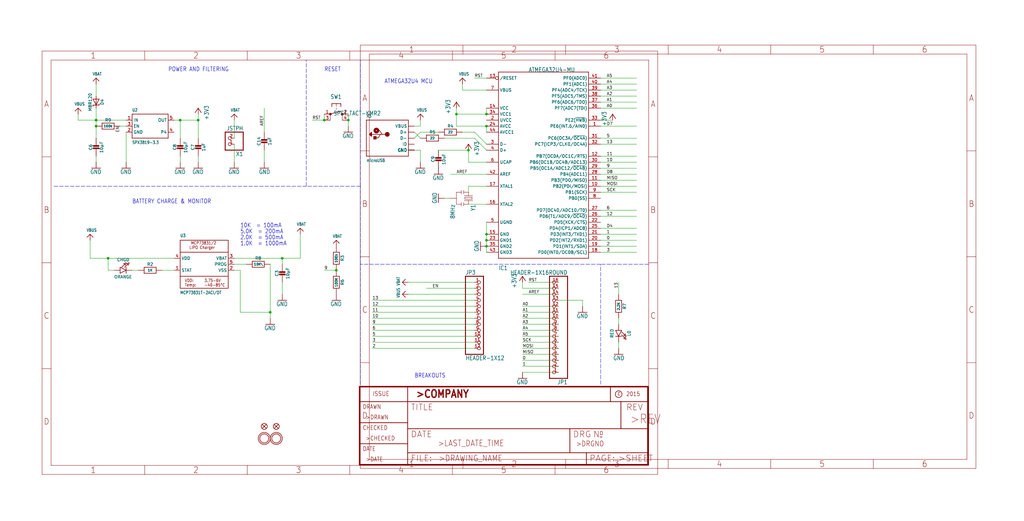
<source format=kicad_sch>
(kicad_sch (version 20211123) (generator eeschema)
  (paper "User" 433.07 220.421)
  (lib_symbols
    (symbol "schematicEagle-eagle-import:+3V3" (power)
      (property "Value" "+3V3" (at -2.54 -5.08 90))
      (symbol "+3V3_1_0"
        (pin power_in line (at 0 -2.54 90) (length 2.54) (name "+3V3") (number "1"))
      )
    )
    (symbol "schematicEagle-eagle-import:ATMEGA32U4-MU"
      (property "Reference" "IC" (at -17.78 -38.1 0))
      (property "Value" "ATMEGA32U4-MU" (at -5.08 45.72 0))
      (symbol "ATMEGA32U4-MU_1_0"
        (pin bidirectional line (at 25.4 22.86 180) (length 5.08) (name "PE6(INT.6/AIN0)") (number "1"))
        (pin bidirectional line (at 25.4 -2.54 180) (length 5.08) (name "PB2(PDI/MOSI)") (number "10"))
        (pin bidirectional line (at 25.4 0 180) (length 5.08) (name "PB3(PDO/MISO)") (number "11"))
        (pin bidirectional line (at 25.4 10.16 180) (length 5.08) (name "PB7(OC0A/OC1C/RTS)") (number "12"))
        (pin bidirectional inverted (at -22.86 43.18 0) (length 5.08) (name "/RESET") (number "13"))
        (pin bidirectional line (at -22.86 30.48 0) (length 5.08) (name "VCC") (number "14"))
        (pin bidirectional line (at -22.86 -22.86 0) (length 5.08) (name "GND") (number "15"))
        (pin bidirectional line (at -22.86 -10.16 0) (length 5.08) (name "XTAL2") (number "16"))
        (pin bidirectional line (at -22.86 -2.54 0) (length 5.08) (name "XTAL1") (number "17"))
        (pin bidirectional line (at 25.4 -30.48 180) (length 5.08) (name "PD0(INT0/OC0B/SCL)") (number "18"))
        (pin bidirectional line (at 25.4 -27.94 180) (length 5.08) (name "PD1(INT1/SDA)") (number "19"))
        (pin bidirectional line (at -22.86 25.4 0) (length 5.08) (name "UVCC") (number "2"))
        (pin bidirectional line (at 25.4 -25.4 180) (length 5.08) (name "PD2(INT2/RXD1)") (number "20"))
        (pin bidirectional line (at 25.4 -22.86 180) (length 5.08) (name "PD3(INT3/TXD1)") (number "21"))
        (pin bidirectional line (at 25.4 -17.78 180) (length 5.08) (name "PD5(XCK/CTS)") (number "22"))
        (pin bidirectional line (at -22.86 -25.4 0) (length 5.08) (name "GND1") (number "23"))
        (pin bidirectional line (at -22.86 22.86 0) (length 5.08) (name "AVCC") (number "24"))
        (pin bidirectional line (at 25.4 -20.32 180) (length 5.08) (name "PD4(ICP1/ADC8)") (number "25"))
        (pin bidirectional line (at 25.4 -15.24 180) (length 5.08) (name "PD6(T1/ADC9/~{OC4D})") (number "26"))
        (pin bidirectional line (at 25.4 -12.7 180) (length 5.08) (name "PD7(OC4D/ADC10/T0)") (number "27"))
        (pin bidirectional line (at 25.4 2.54 180) (length 5.08) (name "PB4(ADC11)") (number "28"))
        (pin bidirectional line (at 25.4 5.08 180) (length 5.08) (name "PB5(OC1A/ADC12/~{OC4B})") (number "29"))
        (pin bidirectional line (at -22.86 15.24 0) (length 5.08) (name "D-") (number "3"))
        (pin bidirectional line (at 25.4 7.62 180) (length 5.08) (name "PB6(OC1B/OC4B/ADC13)") (number "30"))
        (pin bidirectional line (at 25.4 17.78 180) (length 5.08) (name "PC6(OC3A/~{OC4A})") (number "31"))
        (pin bidirectional line (at 25.4 15.24 180) (length 5.08) (name "PC7(ICP3/CLK0/OC4A)") (number "32"))
        (pin bidirectional line (at 25.4 25.4 180) (length 5.08) (name "PE2(~{HWB})") (number "33"))
        (pin bidirectional line (at -22.86 27.94 0) (length 5.08) (name "VCC1") (number "34"))
        (pin bidirectional line (at -22.86 -27.94 0) (length 5.08) (name "GND2") (number "35"))
        (pin bidirectional line (at 25.4 30.48 180) (length 5.08) (name "PF7(ADC7(TDI)") (number "36"))
        (pin bidirectional line (at 25.4 33.02 180) (length 5.08) (name "PF6(ADC6/TDO)") (number "37"))
        (pin bidirectional line (at 25.4 35.56 180) (length 5.08) (name "PF5(ADC5/TMS)") (number "38"))
        (pin bidirectional line (at 25.4 38.1 180) (length 5.08) (name "PF4(ADC4/TCK)") (number "39"))
        (pin bidirectional line (at -22.86 12.7 0) (length 5.08) (name "D+") (number "4"))
        (pin bidirectional line (at 25.4 40.64 180) (length 5.08) (name "PF1(ADC1)") (number "40"))
        (pin bidirectional line (at 25.4 43.18 180) (length 5.08) (name "PF0(ADC0)") (number "41"))
        (pin bidirectional line (at -22.86 2.54 0) (length 5.08) (name "AREF") (number "42"))
        (pin bidirectional line (at -22.86 -30.48 0) (length 5.08) (name "GND3") (number "43"))
        (pin bidirectional line (at -22.86 20.32 0) (length 5.08) (name "AVCC1") (number "44"))
        (pin bidirectional line (at -22.86 -17.78 0) (length 5.08) (name "UGND") (number "5"))
        (pin bidirectional line (at -22.86 7.62 0) (length 5.08) (name "UCAP") (number "6"))
        (pin bidirectional line (at -22.86 38.1 0) (length 5.08) (name "VBUS") (number "7"))
        (pin bidirectional line (at 25.4 -7.62 180) (length 5.08) (name "PB0(SS)") (number "8"))
        (pin bidirectional line (at 25.4 -5.08 180) (length 5.08) (name "PB1(SCK)") (number "9"))
      )
    )
    (symbol "schematicEagle-eagle-import:CAP_CERAMIC0603_NO"
      (property "Reference" "C" (at -2.29 1.25 90))
      (property "Value" "CAP_CERAMIC0603_NO" (at 2.3 1.25 90))
      (symbol "CAP_CERAMIC0603_NO_1_0"
        (pin passive line (at 0 5.08 270) (length 2.54) (name "1") (number "1"))
        (pin passive line (at 0 -2.54 90) (length 2.54) (name "2") (number "2"))
      )
    )
    (symbol "schematicEagle-eagle-import:CAP_CERAMIC0805-NOOUTLINE"
      (property "Reference" "C" (at -2.29 1.25 90))
      (property "Value" "CAP_CERAMIC0805-NOOUTLINE" (at 2.3 1.25 90))
      (symbol "CAP_CERAMIC0805-NOOUTLINE_1_0"
        (pin passive line (at 0 5.08 270) (length 2.54) (name "1") (number "1"))
        (pin passive line (at 0 -2.54 90) (length 2.54) (name "2") (number "2"))
      )
    )
    (symbol "schematicEagle-eagle-import:CON_JST_PH_2PIN"
      (property "Reference" "X" (at -6.35 5.715 0))
      (property "Value" "CON_JST_PH_2PIN" (at -6.35 -5.08 0))
      (symbol "CON_JST_PH_2PIN_1_0"
        (pin passive inverted (at -2.54 2.54 0) (length 2.54) (name "1") (number "1"))
        (pin passive inverted (at -2.54 0 0) (length 2.54) (name "2") (number "2"))
      )
    )
    (symbol "schematicEagle-eagle-import:DIODE-SCHOTTKYSOD-123"
      (property "Reference" "D" (at 0 2.54 0))
      (property "Value" "DIODE-SCHOTTKYSOD-123" (at 0 -2.5 0))
      (symbol "DIODE-SCHOTTKYSOD-123_1_0"
        (pin passive line (at -2.54 0 0) (length 2.54) (name "A") (number "A"))
        (pin passive line (at 2.54 0 180) (length 2.54) (name "C") (number "C"))
      )
    )
    (symbol "schematicEagle-eagle-import:FIDUCIAL{dblquote}{dblquote}")
    (symbol "schematicEagle-eagle-import:FRAME_A4"
      (symbol "FRAME_A4_0_0"
        (text "1" (at 21.6958 1.905 0) (effects (font (size 2.54 2.286))))
        (text "1" (at 21.6958 177.165 0) (effects (font (size 2.54 2.286))))
        (text "2" (at 65.0875 1.905 0) (effects (font (size 2.54 2.286))))
        (text "2" (at 65.0875 177.165 0) (effects (font (size 2.54 2.286))))
        (text "3" (at 108.4792 1.905 0) (effects (font (size 2.54 2.286))))
        (text "3" (at 108.4792 177.165 0) (effects (font (size 2.54 2.286))))
        (text "4" (at 151.8708 1.905 0) (effects (font (size 2.54 2.286))))
        (text "4" (at 151.8708 177.165 0) (effects (font (size 2.54 2.286))))
        (text "5" (at 195.2625 1.905 0) (effects (font (size 2.54 2.286))))
        (text "5" (at 195.2625 177.165 0) (effects (font (size 2.54 2.286))))
        (text "6" (at 238.6542 1.905 0) (effects (font (size 2.54 2.286))))
        (text "6" (at 238.6542 177.165 0) (effects (font (size 2.54 2.286))))
        (text "A" (at 1.905 156.6863 0) (effects (font (size 2.54 2.286))))
        (text "A" (at 258.445 156.6863 0) (effects (font (size 2.54 2.286))))
        (text "B" (at 1.905 111.9188 0) (effects (font (size 2.54 2.286))))
        (text "B" (at 258.445 111.9188 0) (effects (font (size 2.54 2.286))))
        (text "C" (at 1.905 67.1513 0) (effects (font (size 2.54 2.286))))
        (text "C" (at 258.445 67.1513 0) (effects (font (size 2.54 2.286))))
        (text "D" (at 1.905 22.3838 0) (effects (font (size 2.54 2.286))))
        (text "D" (at 258.445 22.3838 0) (effects (font (size 2.54 2.286))))
      )
      (symbol "FRAME_A4_2_0"
        (text "2015" (at 112.4077 30.4673 0) (effects (font (size 1.778 1.5113)) (justify left bottom)))
        (text ">CHECKED" (at 2.2352 11.7348 0) (effects (font (size 1.778 1.5113)) (justify left bottom)))
        (text ">COMPANY" (at 23.349 29.6735 0) (effects (font (size 3.175 2.6987) (thickness 0.5397) bold) (justify left bottom)))
        (text ">DATE" (at 2.2352 2.8448 0) (effects (font (size 1.778 1.5113)) (justify left bottom)))
        (text ">DRAWING_NAME" (at 33.0327 2.8448 0) (effects (font (size 2.54 2.159)) (justify left bottom)))
        (text ">DRAWN" (at 2.2352 20.6248 0) (effects (font (size 1.778 1.5113)) (justify left bottom)))
        (text ">DRGNO" (at 91.1352 9.1948 0) (effects (font (size 2.1844 1.8567)) (justify left bottom)))
        (text ">LAST_DATE_TIME" (at 32.7152 9.1948 0) (effects (font (size 2.54 2.159)) (justify left bottom)))
        (text ">REV" (at 113.9952 18.7198 0) (effects (font (size 3.81 3.2385)) (justify left bottom)))
        (text ">SHEET" (at 108.9152 2.8448 0) (effects (font (size 2.54 2.54)) (justify left bottom)))
        (text "C" (at 108.7564 30.7848 0) (effects (font (size 1.27 1.0795)) (justify left bottom)))
        (text "CHECKED" (at 0.9652 16.1798 0) (effects (font (size 1.778 1.5113)) (justify left bottom)))
        (text "DATE" (at 0.9652 7.2898 0) (effects (font (size 1.778 1.5113)) (justify left bottom)))
        (text "DATE" (at 21.2852 13.0048 0) (effects (font (size 2.54 2.54)) (justify left bottom)))
        (text "DRAWN" (at 0.9652 25.0698 0) (effects (font (size 1.778 1.5113)) (justify left bottom)))
        (text "DRG" (at 89.8652 13.0048 0) (effects (font (size 2.54 2.54)) (justify left bottom)))
        (text "FILE:" (at 21.2852 2.8448 0) (effects (font (size 2.54 2.54)) (justify left bottom)))
        (text "ISSUE" (at 5.0927 30.4673 0) (effects (font (size 1.9304 1.6408)) (justify left bottom)))
        (text "N" (at 98.4377 13.0048 0) (effects (font (size 2.54 2.54)) (justify left bottom)))
        (text "o" (at 100.9777 13.9573 0) (effects (font (size 2.1844 1.8567)) (justify left bottom)))
        (text "PAGE:" (at 96.8502 2.8448 0) (effects (font (size 2.54 2.54)) (justify left bottom)))
        (text "REV" (at 112.4077 24.4348 0) (effects (font (size 2.54 2.54)) (justify left bottom)))
        (text "TITLE" (at 21.2852 24.4348 0) (effects (font (size 2.54 2.54)) (justify left bottom)))
      )
    )
    (symbol "schematicEagle-eagle-import:GND" (power)
      (property "Value" "GND" (at -2.54 -2.54 0))
      (symbol "GND_1_0"
        (pin power_in line (at 0 2.54 270) (length 2.54) (name "GND") (number "1"))
      )
    )
    (symbol "schematicEagle-eagle-import:HEADER-1X12"
      (property "Reference" "JP" (at -6.35 18.415 0))
      (property "Value" "HEADER-1X12" (at -6.35 -17.78 0))
      (symbol "HEADER-1X12_1_0"
        (pin passive inverted (at -2.54 15.24 0) (length 2.54) (name "1") (number "1"))
        (pin passive inverted (at -2.54 -7.62 0) (length 2.54) (name "10") (number "10"))
        (pin passive inverted (at -2.54 -10.16 0) (length 2.54) (name "11") (number "11"))
        (pin passive inverted (at -2.54 -12.7 0) (length 2.54) (name "12") (number "12"))
        (pin passive inverted (at -2.54 12.7 0) (length 2.54) (name "2") (number "2"))
        (pin passive inverted (at -2.54 10.16 0) (length 2.54) (name "3") (number "3"))
        (pin passive inverted (at -2.54 7.62 0) (length 2.54) (name "4") (number "4"))
        (pin passive inverted (at -2.54 5.08 0) (length 2.54) (name "5") (number "5"))
        (pin passive inverted (at -2.54 2.54 0) (length 2.54) (name "6") (number "6"))
        (pin passive inverted (at -2.54 0 0) (length 2.54) (name "7") (number "7"))
        (pin passive inverted (at -2.54 -2.54 0) (length 2.54) (name "8") (number "8"))
        (pin passive inverted (at -2.54 -5.08 0) (length 2.54) (name "9") (number "9"))
      )
    )
    (symbol "schematicEagle-eagle-import:HEADER-1X16ROUND"
      (property "Reference" "JP" (at -6.35 20.955 0))
      (property "Value" "HEADER-1X16ROUND" (at -6.35 -25.4 0))
      (symbol "HEADER-1X16ROUND_1_0"
        (pin passive inverted (at -2.54 17.78 0) (length 2.54) (name "1") (number "1"))
        (pin passive inverted (at -2.54 -5.08 0) (length 2.54) (name "10") (number "10"))
        (pin passive inverted (at -2.54 -7.62 0) (length 2.54) (name "11") (number "11"))
        (pin passive inverted (at -2.54 -10.16 0) (length 2.54) (name "12") (number "12"))
        (pin passive inverted (at -2.54 -12.7 0) (length 2.54) (name "13") (number "13"))
        (pin passive inverted (at -2.54 -15.24 0) (length 2.54) (name "14") (number "14"))
        (pin passive inverted (at -2.54 -17.78 0) (length 2.54) (name "15") (number "15"))
        (pin passive inverted (at -2.54 -20.32 0) (length 2.54) (name "16") (number "16"))
        (pin passive inverted (at -2.54 15.24 0) (length 2.54) (name "2") (number "2"))
        (pin passive inverted (at -2.54 12.7 0) (length 2.54) (name "3") (number "3"))
        (pin passive inverted (at -2.54 10.16 0) (length 2.54) (name "4") (number "4"))
        (pin passive inverted (at -2.54 7.62 0) (length 2.54) (name "5") (number "5"))
        (pin passive inverted (at -2.54 5.08 0) (length 2.54) (name "6") (number "6"))
        (pin passive inverted (at -2.54 2.54 0) (length 2.54) (name "7") (number "7"))
        (pin passive inverted (at -2.54 0 0) (length 2.54) (name "8") (number "8"))
        (pin passive inverted (at -2.54 -2.54 0) (length 2.54) (name "9") (number "9"))
      )
    )
    (symbol "schematicEagle-eagle-import:LED0805_NOOUTLINE"
      (property "Reference" "D" (at -1.27 4.445 0))
      (property "Value" "LED0805_NOOUTLINE" (at -1.27 -2.794 0))
      (symbol "LED0805_NOOUTLINE_1_0"
        (pin passive line (at -5.08 0 0) (length 2.54) (name "A") (number "A"))
        (pin passive line (at 2.54 0 180) (length 2.54) (name "C") (number "C"))
      )
    )
    (symbol "schematicEagle-eagle-import:MCP73831{slash}2"
      (property "Reference" "U" (at -10.16 11.43 0))
      (property "Value" "MCP73831{slash}2" (at -10.16 -12.7 0))
      (symbol "MCP73831{slash}2_1_0"
        (text "-40-85°C" (at 0 -9.525 0) (effects (font (size 1.27 1.0795)) (justify left bottom)))
        (text "3.75-6V" (at 0 -7.62 0) (effects (font (size 1.27 1.0795)) (justify left bottom)))
        (text "LIPO Charger" (at -6.35 6.35 0) (effects (font (size 1.27 1.0795)) (justify left bottom)))
        (text "MCP73831/2" (at -5.715 8.255 0) (effects (font (size 1.27 1.0795)) (justify left bottom)))
        (text "Temp:" (at -8.255 -9.525 0) (effects (font (size 1.27 1.0795)) (justify left bottom)))
        (text "VDD:" (at -8.255 -7.62 0) (effects (font (size 1.27 1.0795)) (justify left bottom)))
        (pin output line (at -12.7 -2.54 0) (length 2.54) (name "STAT") (number "1"))
        (pin power_in line (at 12.7 -2.54 180) (length 2.54) (name "VSS") (number "2"))
        (pin power_in line (at 12.7 2.54 180) (length 2.54) (name "VBAT") (number "3"))
        (pin power_in line (at -12.7 2.54 0) (length 2.54) (name "VDD") (number "4"))
        (pin input line (at 12.7 0 180) (length 2.54) (name "PROG") (number "5"))
      )
    )
    (symbol "schematicEagle-eagle-import:MOUNTINGHOLE2.5")
    (symbol "schematicEagle-eagle-import:RESISTOR_0603MP"
      (property "Reference" "R" (at 0 2.54 0))
      (property "Value" "RESISTOR_0603MP" (at 0 0 0))
      (symbol "RESISTOR_0603MP_1_0"
        (pin passive line (at -5.08 0 0) (length 2.54) (name "1") (number "1"))
        (pin passive line (at 5.08 0 180) (length 2.54) (name "2") (number "2"))
      )
    )
    (symbol "schematicEagle-eagle-import:RESISTOR_0603_NOOUT"
      (property "Reference" "R" (at 0 2.54 0))
      (property "Value" "RESISTOR_0603_NOOUT" (at 0 0 0))
      (symbol "RESISTOR_0603_NOOUT_1_0"
        (pin passive line (at -5.08 0 0) (length 2.54) (name "1") (number "1"))
        (pin passive line (at 5.08 0 180) (length 2.54) (name "2") (number "2"))
      )
    )
    (symbol "schematicEagle-eagle-import:RESONATORSMD"
      (property "Reference" "Y" (at 2.54 1.016 0))
      (property "Value" "RESONATORSMD" (at 2.54 -7.62 0))
      (symbol "RESONATORSMD_1_0"
        (pin passive line (at -2.54 0 0) (length 0) (name "1") (number "1"))
        (pin passive line (at 0 -7.62 90) (length 0) (name "2") (number "2"))
        (pin passive line (at 2.54 0 180) (length 0) (name "3") (number "3"))
      )
    )
    (symbol "schematicEagle-eagle-import:SPST_TACT-KMR2"
      (property "Reference" "SW" (at -6.35 -2.54 90))
      (property "Value" "SPST_TACT-KMR2" (at -3.81 3.175 90))
      (symbol "SPST_TACT-KMR2_1_0"
        (pin passive line (at 0 -5.08 90) (length 2.54) (name "P") (number "1"))
        (pin passive line (at 0 5.08 270) (length 2.54) (name "S") (number "2"))
        (pin passive line (at 2.54 -5.08 90) (length 2.54) (name "P1") (number "3"))
        (pin passive line (at 2.54 5.08 270) (length 2.54) (name "S1") (number "4"))
      )
    )
    (symbol "schematicEagle-eagle-import:USB_MICRO_20329_V2"
      (property "Reference" "X" (at -10.16 8.636 0))
      (property "Value" "USB_MICRO_20329_V2" (at -10.16 -10.16 0))
      (symbol "USB_MICRO_20329_V2_1_0"
        (pin power_in line (at 10.16 -5.08 180) (length 2.54) (name "GND") (number "BASE@1"))
        (pin power_in line (at 10.16 -5.08 180) (length 2.54) (name "GND") (number "BASE@2"))
        (pin bidirectional line (at 10.16 2.54 180) (length 2.54) (name "D+") (number "D+"))
        (pin bidirectional line (at 10.16 0 180) (length 2.54) (name "D-") (number "D-"))
        (pin power_in line (at 10.16 -5.08 180) (length 2.54) (name "GND") (number "GND"))
        (pin bidirectional line (at 10.16 -2.54 180) (length 2.54) (name "ID") (number "ID"))
        (pin power_in line (at 10.16 -5.08 180) (length 2.54) (name "GND") (number "SPRT@1"))
        (pin power_in line (at 10.16 -5.08 180) (length 2.54) (name "GND") (number "SPRT@2"))
        (pin power_in line (at 10.16 -5.08 180) (length 2.54) (name "GND") (number "SPRT@3"))
        (pin power_in line (at 10.16 -5.08 180) (length 2.54) (name "GND") (number "SPRT@4"))
        (pin power_in line (at 10.16 5.08 180) (length 2.54) (name "VBUS") (number "VBUS"))
      )
    )
    (symbol "schematicEagle-eagle-import:VBAT" (power)
      (property "Value" "VBAT" (at -1.524 1.016 0))
      (symbol "VBAT_1_0"
        (pin power_in line (at 0 -2.54 90) (length 2.54) (name "VBAT") (number "1"))
      )
    )
    (symbol "schematicEagle-eagle-import:VBUS" (power)
      (property "Value" "VBUS" (at -1.524 1.016 0))
      (symbol "VBUS_1_0"
        (pin power_in line (at 0 -2.54 90) (length 2.54) (name "VBUS") (number "1"))
      )
    )
    (symbol "schematicEagle-eagle-import:VREG_SOT23-5"
      (property "Reference" "U" (at -7.62 6.096 0))
      (property "Value" "VREG_SOT23-5" (at -7.62 -7.62 0))
      (symbol "VREG_SOT23-5_1_0"
        (pin power_in line (at -10.16 2.54 0) (length 2.54) (name "IN") (number "1"))
        (pin power_in line (at -10.16 -2.54 0) (length 2.54) (name "GND") (number "2"))
        (pin input line (at -10.16 0 0) (length 2.54) (name "EN") (number "3"))
        (pin bidirectional line (at 10.16 -2.54 180) (length 2.54) (name "P4") (number "4"))
        (pin power_in line (at 10.16 2.54 180) (length 2.54) (name "OUT") (number "5"))
      )
    )
  )
  (junction (at 83.82 50.8))
  (junction (at 40.64 50.8))
  (junction (at 205.74 48.26))
  (junction (at 40.64 53.34))
  (junction (at 205.74 101.6))
  (junction (at 137.16 50.8))
  (junction (at 205.74 99.06))
  (junction (at 45.72 109.22))
  (junction (at 147.32 50.8))
  (junction (at 193.04 48.26))
  (junction (at 114.3 132.08))
  (junction (at 142.24 114.3))
  (junction (at 76.2 50.8))
  (junction (at 205.74 53.34))
  (junction (at 119.38 109.22))
  (junction (at 205.74 104.14))
  (junction (at 198.12 63.5))
  (wire (pts (xy 200.66 58.42) (xy 205.74 63.5)))
  (wire (pts (xy 177.8 53.34) (xy 177.8 50.8)))
  (wire (pts (xy 254 58.42) (xy 269.24 58.42)))
  (wire (pts (xy 269.24 101.6) (xy 254 101.6)))
  (wire (pts (xy 99.06 50.8) (xy 99.06 58.42)))
  (polyline (pts (xy 22.86 78.74) (xy 129.54 78.74)))
  (wire (pts (xy 187.96 58.42) (xy 200.66 58.42)))
  (wire (pts (xy 205.74 101.6) (xy 205.74 104.14)))
  (wire (pts (xy 254 60.96) (xy 269.24 60.96)))
  (wire (pts (xy 254 76.2) (xy 269.24 76.2)))
  (wire (pts (xy 236.22 152.4) (xy 220.98 152.4)))
  (polyline (pts (xy 254 162.56) (xy 254 111.76)))
  (wire (pts (xy 254 78.74) (xy 269.24 78.74)))
  (wire (pts (xy 193.04 48.26) (xy 205.74 48.26)))
  (wire (pts (xy 254 33.02) (xy 269.24 33.02)))
  (wire (pts (xy 53.34 55.88) (xy 53.34 68.58)))
  (wire (pts (xy 114.3 132.08) (xy 114.3 134.62)))
  (wire (pts (xy 254 35.56) (xy 269.24 35.56)))
  (wire (pts (xy 205.74 48.26) (xy 205.74 45.72)))
  (wire (pts (xy 220.98 142.24) (xy 236.22 142.24)))
  (wire (pts (xy 137.16 50.8) (xy 137.16 48.26)))
  (wire (pts (xy 119.38 111.76) (xy 119.38 109.22)))
  (wire (pts (xy 177.8 63.5) (xy 177.8 68.58)))
  (wire (pts (xy 200.66 127) (xy 157.48 127)))
  (wire (pts (xy 175.26 58.42) (xy 177.8 55.88)))
  (wire (pts (xy 198.12 78.74) (xy 205.74 78.74)))
  (wire (pts (xy 205.74 68.58) (xy 198.12 68.58)))
  (wire (pts (xy 254 40.64) (xy 269.24 40.64)))
  (wire (pts (xy 111.76 55.88) (xy 111.76 45.72)))
  (wire (pts (xy 40.64 53.34) (xy 40.64 58.42)))
  (wire (pts (xy 205.74 104.14) (xy 205.74 106.68)))
  (wire (pts (xy 254 96.52) (xy 269.24 96.52)))
  (wire (pts (xy 195.58 55.88) (xy 200.66 55.88)))
  (wire (pts (xy 254 106.68) (xy 269.24 106.68)))
  (wire (pts (xy 132.08 50.8) (xy 137.16 50.8)))
  (wire (pts (xy 33.02 48.26) (xy 33.02 50.8)))
  (wire (pts (xy 236.22 139.7) (xy 220.98 139.7)))
  (wire (pts (xy 40.64 50.8) (xy 40.64 53.34)))
  (wire (pts (xy 55.88 114.3) (xy 58.42 114.3)))
  (wire (pts (xy 220.98 137.16) (xy 236.22 137.16)))
  (wire (pts (xy 38.1 101.6) (xy 38.1 109.22)))
  (wire (pts (xy 190.5 73.66) (xy 205.74 73.66)))
  (wire (pts (xy 119.38 109.22) (xy 127 109.22)))
  (wire (pts (xy 177.8 55.88) (xy 185.42 55.88)))
  (wire (pts (xy 205.74 93.98) (xy 205.74 99.06)))
  (wire (pts (xy 200.66 144.78) (xy 157.48 144.78)))
  (wire (pts (xy 254 66.04) (xy 269.24 66.04)))
  (wire (pts (xy 111.76 63.5) (xy 111.76 68.58)))
  (wire (pts (xy 157.48 139.7) (xy 200.66 139.7)))
  (wire (pts (xy 220.98 157.48) (xy 236.22 157.48)))
  (wire (pts (xy 205.74 33.02) (xy 200.66 33.02)))
  (wire (pts (xy 195.58 38.1) (xy 195.58 35.56)))
  (wire (pts (xy 76.2 66.04) (xy 76.2 68.58)))
  (wire (pts (xy 157.48 147.32) (xy 200.66 147.32)))
  (wire (pts (xy 147.32 53.34) (xy 147.32 50.8)))
  (wire (pts (xy 254 88.9) (xy 269.24 88.9)))
  (wire (pts (xy 40.64 40.64) (xy 40.64 35.56)))
  (wire (pts (xy 200.66 137.16) (xy 157.48 137.16)))
  (wire (pts (xy 254 68.58) (xy 269.24 68.58)))
  (wire (pts (xy 193.04 53.34) (xy 193.04 48.26)))
  (wire (pts (xy 205.74 38.1) (xy 195.58 38.1)))
  (wire (pts (xy 142.24 114.3) (xy 137.16 114.3)))
  (wire (pts (xy 236.22 124.46) (xy 220.98 124.46)))
  (wire (pts (xy 40.64 66.04) (xy 40.64 68.58)))
  (wire (pts (xy 236.22 147.32) (xy 220.98 147.32)))
  (wire (pts (xy 33.02 50.8) (xy 40.64 50.8)))
  (wire (pts (xy 45.72 109.22) (xy 73.66 109.22)))
  (wire (pts (xy 220.98 132.08) (xy 236.22 132.08)))
  (wire (pts (xy 205.74 53.34) (xy 193.04 53.34)))
  (wire (pts (xy 236.22 134.62) (xy 220.98 134.62)))
  (wire (pts (xy 83.82 50.8) (xy 83.82 48.26)))
  (wire (pts (xy 198.12 68.58) (xy 198.12 63.5)))
  (wire (pts (xy 220.98 119.38) (xy 220.98 121.92)))
  (wire (pts (xy 175.26 63.5) (xy 177.8 63.5)))
  (wire (pts (xy 254 38.1) (xy 269.24 38.1)))
  (wire (pts (xy 254 81.28) (xy 269.24 81.28)))
  (wire (pts (xy 99.06 68.58) (xy 99.06 60.96)))
  (wire (pts (xy 45.72 114.3) (xy 45.72 109.22)))
  (polyline (pts (xy 274.32 111.76) (xy 254 111.76)))
  (wire (pts (xy 254 99.06) (xy 269.24 99.06)))
  (polyline (pts (xy 152.4 111.76) (xy 152.4 78.74)))
  (wire (pts (xy 50.8 53.34) (xy 53.34 53.34)))
  (wire (pts (xy 83.82 50.8) (xy 83.82 58.42)))
  (wire (pts (xy 254 50.8) (xy 259.08 50.8)))
  (wire (pts (xy 198.12 63.5) (xy 185.42 63.5)))
  (wire (pts (xy 220.98 149.86) (xy 236.22 149.86)))
  (wire (pts (xy 175.26 55.88) (xy 177.8 58.42)))
  (wire (pts (xy 205.74 55.88) (xy 205.74 53.34)))
  (wire (pts (xy 157.48 129.54) (xy 200.66 129.54)))
  (wire (pts (xy 254 91.44) (xy 269.24 91.44)))
  (wire (pts (xy 73.66 50.8) (xy 76.2 50.8)))
  (wire (pts (xy 200.66 132.08) (xy 157.48 132.08)))
  (wire (pts (xy 114.3 111.76) (xy 114.3 132.08)))
  (polyline (pts (xy 129.54 78.74) (xy 129.54 25.4)))
  (wire (pts (xy 254 71.12) (xy 269.24 71.12)))
  (wire (pts (xy 48.26 114.3) (xy 45.72 114.3)))
  (wire (pts (xy 200.66 142.24) (xy 157.48 142.24)))
  (wire (pts (xy 254 73.66) (xy 269.24 73.66)))
  (wire (pts (xy 205.74 99.06) (xy 205.74 101.6)))
  (polyline (pts (xy 152.4 162.56) (xy 152.4 111.76)))
  (wire (pts (xy 220.98 154.94) (xy 236.22 154.94)))
  (wire (pts (xy 99.06 111.76) (xy 104.14 111.76)))
  (wire (pts (xy 254 53.34) (xy 269.24 53.34)))
  (wire (pts (xy 236.22 129.54) (xy 220.98 129.54)))
  (wire (pts (xy 236.22 119.38) (xy 223.52 119.38)))
  (wire (pts (xy 200.66 55.88) (xy 205.74 60.96)))
  (polyline (pts (xy 152.4 78.74) (xy 152.4 25.4)))
  (wire (pts (xy 83.82 66.04) (xy 83.82 68.58)))
  (wire (pts (xy 261.62 134.62) (xy 261.62 137.16)))
  (polyline (pts (xy 152.4 78.74) (xy 129.54 78.74)))
  (wire (pts (xy 220.98 121.92) (xy 236.22 121.92)))
  (wire (pts (xy 147.32 48.26) (xy 147.32 50.8)))
  (wire (pts (xy 127 99.06) (xy 127 109.22)))
  (wire (pts (xy 200.66 124.46) (xy 172.72 124.46)))
  (wire (pts (xy 187.96 83.82) (xy 190.5 83.82)))
  (wire (pts (xy 38.1 109.22) (xy 45.72 109.22)))
  (wire (pts (xy 254 45.72) (xy 269.24 45.72)))
  (wire (pts (xy 246.38 127) (xy 246.38 129.54)))
  (wire (pts (xy 157.48 134.62) (xy 200.66 134.62)))
  (wire (pts (xy 172.72 119.38) (xy 200.66 119.38)))
  (wire (pts (xy 101.6 132.08) (xy 114.3 132.08)))
  (wire (pts (xy 261.62 144.78) (xy 261.62 147.32)))
  (wire (pts (xy 76.2 50.8) (xy 83.82 50.8)))
  (wire (pts (xy 175.26 53.34) (xy 177.8 53.34)))
  (wire (pts (xy 198.12 86.36) (xy 205.74 86.36)))
  (wire (pts (xy 193.04 48.26) (xy 193.04 45.72)))
  (wire (pts (xy 119.38 119.38) (xy 119.38 124.46)))
  (wire (pts (xy 40.64 45.72) (xy 40.64 50.8)))
  (wire (pts (xy 254 104.14) (xy 269.24 104.14)))
  (wire (pts (xy 101.6 114.3) (xy 101.6 132.08)))
  (wire (pts (xy 119.38 109.22) (xy 99.06 109.22)))
  (wire (pts (xy 261.62 124.46) (xy 261.62 119.38)))
  (wire (pts (xy 180.34 121.92) (xy 200.66 121.92)))
  (polyline (pts (xy 254 111.76) (xy 152.4 111.76)))
  (wire (pts (xy 99.06 114.3) (xy 101.6 114.3)))
  (wire (pts (xy 53.34 50.8) (xy 40.64 50.8)))
  (wire (pts (xy 236.22 127) (xy 246.38 127)))
  (wire (pts (xy 68.58 114.3) (xy 73.66 114.3)))
  (wire (pts (xy 236.22 144.78) (xy 220.98 144.78)))
  (wire (pts (xy 76.2 58.42) (xy 76.2 50.8)))
  (wire (pts (xy 198.12 78.74) (xy 198.12 81.28)))
  (wire (pts (xy 254 43.18) (xy 269.24 43.18)))
  (text "2.0K  = 500mA" (at 101.6 101.6 180) (effects (font (size 1.778 1.5113)) (justify left bottom)))
  (text "BREAKOUTS" (at 175.26 160.02 180) (effects (font (size 1.778 1.5113)) (justify left bottom)))
  (text "1.0K  = 1000mA" (at 101.6 104.14 180) (effects (font (size 1.778 1.5113)) (justify left bottom)))
  (text "RESET" (at 137.16 30.48 180) (effects (font (size 1.778 1.5113)) (justify left bottom)))
  (text "10K  = 100mA" (at 101.6 96.52 180) (effects (font (size 1.778 1.5113)) (justify left bottom)))
  (text "ATMEGA32U4 MCU" (at 162.56 35.56 180) (effects (font (size 1.778 1.5113)) (justify left bottom)))
  (text "BATTERY CHARGE & MONITOR" (at 55.88 86.36 180) (effects (font (size 1.778 1.5113)) (justify left bottom)))
  (text "POWER AND FILTERING" (at 71.12 30.48 180) (effects (font (size 1.778 1.5113)) (justify left bottom)))
  (text "5.0K  = 200mA" (at 101.6 99.06 180) (effects (font (size 1.778 1.5113)) (justify left bottom)))
  (label "MISO" (at 256.54 76.2 0) (effects (font (size 1.2446 1.2446))))
  (label "A1" (at 256.54 43.18 0) (effects (font (size 1.2446 1.2446))))
  (label "RST" (at 223.52 119.38 0) (effects (font (size 1.2446 1.2446))))
  (label "3" (at 157.48 144.78 0) (effects (font (size 1.2446 1.2446))))
  (label "MISO" (at 220.98 149.86 0) (effects (font (size 1.2446 1.2446))))
  (label "13" (at 157.48 127 0) (effects (font (size 1.2446 1.2446))))
  (label "11" (at 256.54 66.04 0) (effects (font (size 1.2446 1.2446))))
  (label "12" (at 157.48 129.54 0) (effects (font (size 1.2446 1.2446))))
  (label "A3" (at 256.54 38.1 0) (effects (font (size 1.2446 1.2446))))
  (label "A0" (at 220.98 129.54 0) (effects (font (size 1.2446 1.2446))))
  (label "D4" (at 256.54 96.52 0) (effects (font (size 1.2446 1.2446))))
  (label "6" (at 157.48 139.7 0) (effects (font (size 1.2446 1.2446))))
  (label "RST" (at 200.66 33.02 0) (effects (font (size 1.2446 1.2446))))
  (label "0" (at 220.98 152.4 0) (effects (font (size 1.2446 1.2446))))
  (label "10" (at 256.54 68.58 0) (effects (font (size 1.2446 1.2446))))
  (label "2" (at 256.54 104.14 0) (effects (font (size 1.2446 1.2446))))
  (label "13" (at 256.54 60.96 0) (effects (font (size 1.2446 1.2446))))
  (label "12" (at 256.54 91.44 0) (effects (font (size 1.2446 1.2446))))
  (label "11" (at 157.48 132.08 0) (effects (font (size 1.2446 1.2446))))
  (label "SCK" (at 256.54 81.28 0) (effects (font (size 1.2446 1.2446))))
  (label "9" (at 137.16 114.3 0) (effects (font (size 1.2446 1.2446))))
  (label "6" (at 256.54 88.9 0) (effects (font (size 1.2446 1.2446))))
  (label "2" (at 157.48 147.32 0) (effects (font (size 1.2446 1.2446))))
  (label "9" (at 256.54 71.12 0) (effects (font (size 1.2446 1.2446))))
  (label "D7" (at 256.54 53.34 0) (effects (font (size 1.2446 1.2446))))
  (label "3" (at 256.54 106.68 0) (effects (font (size 1.2446 1.2446))))
  (label "A0" (at 256.54 45.72 0) (effects (font (size 1.2446 1.2446))))
  (label "D8" (at 256.54 73.66 0) (effects (font (size 1.2446 1.2446))))
  (label "SCK" (at 220.98 144.78 0) (effects (font (size 1.2446 1.2446))))
  (label "A4" (at 256.54 35.56 0) (effects (font (size 1.2446 1.2446))))
  (label "A2" (at 220.98 134.62 0) (effects (font (size 1.2446 1.2446))))
  (label "A5" (at 256.54 33.02 0) (effects (font (size 1.2446 1.2446))))
  (label "AREF" (at 223.52 124.46 0) (effects (font (size 1.2446 1.2446))))
  (label "A2" (at 256.54 40.64 0) (effects (font (size 1.2446 1.2446))))
  (label "A1" (at 220.98 132.08 0) (effects (font (size 1.2446 1.2446))))
  (label "EN" (at 182.88 121.92 0) (effects (font (size 1.2446 1.2446))))
  (label "AREF" (at 193.04 73.66 0) (effects (font (size 1.2446 1.2446))))
  (label "9" (at 157.48 137.16 0) (effects (font (size 1.2446 1.2446))))
  (label "RST" (at 132.08 50.8 0) (effects (font (size 1.2446 1.2446))))
  (label "5" (at 157.48 142.24 0) (effects (font (size 1.2446 1.2446))))
  (label "A5" (at 220.98 142.24 0) (effects (font (size 1.2446 1.2446))))
  (label "1" (at 256.54 99.06 0) (effects (font (size 1.2446 1.2446))))
  (label "MOSI" (at 256.54 78.74 0) (effects (font (size 1.2446 1.2446))))
  (label "A4" (at 220.98 139.7 0) (effects (font (size 1.2446 1.2446))))
  (label "10" (at 157.48 134.62 0) (effects (font (size 1.2446 1.2446))))
  (label "MOSI" (at 220.98 147.32 0) (effects (font (size 1.2446 1.2446))))
  (label "5" (at 256.54 58.42 0) (effects (font (size 1.2446 1.2446))))
  (label "A3" (at 220.98 137.16 0) (effects (font (size 1.2446 1.2446))))
  (label "EN" (at 50.8 53.34 270) (effects (font (size 1.2446 1.2446))))
  (label "1" (at 220.98 154.94 0) (effects (font (size 1.2446 1.2446))))
  (label "0" (at 256.54 101.6 0) (effects (font (size 1.2446 1.2446))))
  (label "13" (at 261.62 119.38 270) (effects (font (size 1.2446 1.2446))))
  (label "AREF" (at 111.76 53.34 90) (effects (font (size 1.2446 1.2446))))
  (symbol (lib_id "schematicEagle-eagle-import:GND") (at 53.34 71.12 0) (unit 1)
    (property "Reference" "#U$30" (effects hide))
    (property "Value" "GND" (at 50.8 73.66 0) (effects (font (size 1.778 1.5113)) (justify left bottom)))
    (property "Footprint" "schematicEagle:" (effects hide))
  )
  (symbol (lib_id "schematicEagle-eagle-import:GND") (at 99.06 71.12 0) (unit 1)
    (property "Reference" "#U$22" (effects hide))
    (property "Value" "GND" (at 96.52 73.66 0) (effects (font (size 1.778 1.5113)) (justify left bottom)))
    (property "Footprint" "schematicEagle:" (effects hide))
  )
  (symbol (lib_id "schematicEagle-eagle-import:GND") (at 177.8 71.12 0) (unit 1)
    (property "Reference" "#GND1" (effects hide))
    (property "Value" "GND" (at 175.26 73.66 0) (effects (font (size 1.778 1.5113)) (justify left bottom)))
    (property "Footprint" "schematicEagle:" (effects hide))
  )
  (symbol (lib_id "schematicEagle-eagle-import:+3V3") (at 193.04 43.18 0) (unit 1)
    (property "Reference" "#+3V5" (effects hide))
    (property "Value" "+3V3" (at 190.5 48.26 90) (effects (font (size 1.778 1.5113)) (justify left bottom)))
    (property "Footprint" "schematicEagle:" (effects hide))
  )
  (symbol (lib_id "schematicEagle-eagle-import:VBAT") (at 40.64 33.02 0) (unit 1)
    (property "Reference" "#U$21" (effects hide))
    (property "Value" "VBAT" (at 39.116 32.004 0) (effects (font (size 1.27 1.0795)) (justify left bottom)))
    (property "Footprint" "schematicEagle:" (effects hide))
  )
  (symbol (lib_id "schematicEagle-eagle-import:GND") (at 142.24 127 0) (unit 1)
    (property "Reference" "#GND13" (effects hide))
    (property "Value" "GND" (at 139.7 129.54 0) (effects (font (size 1.778 1.5113)) (justify left bottom)))
    (property "Footprint" "schematicEagle:" (effects hide))
  )
  (symbol (lib_id "schematicEagle-eagle-import:+3V3") (at 198.12 60.96 0) (mirror y) (unit 1)
    (property "Reference" "#+3V6" (effects hide))
    (property "Value" "+3V3" (at 200.66 66.04 90) (effects (font (size 1.778 1.5113)) (justify left bottom)))
    (property "Footprint" "schematicEagle:" (effects hide))
  )
  (symbol (lib_id "schematicEagle-eagle-import:SPST_TACT-KMR2") (at 142.24 48.26 270) (unit 1)
    (property "Reference" "SW1" (at 139.7 41.91 90) (effects (font (size 1.778 1.5113)) (justify left bottom)))
    (property "Value" "SPST_TACT-KMR2" (at 140.97 48.895 90) (effects (font (size 1.778 1.5113)) (justify left bottom)))
    (property "Footprint" "schematicEagle:KMR2" (effects hide))
  )
  (symbol (lib_id "schematicEagle-eagle-import:ATMEGA32U4-MU") (at 228.6 76.2 0) (unit 1)
    (property "Reference" "IC1" (at 210.82 114.3 0) (effects (font (size 1.778 1.5113)) (justify left bottom)))
    (property "Value" "ATMEGA32U4-MU" (at 223.52 30.48 0) (effects (font (size 1.778 1.5113)) (justify left bottom)))
    (property "Footprint" "schematicEagle:TQFN44_7MM" (effects hide))
  )
  (symbol (lib_id "schematicEagle-eagle-import:RESISTOR_0603_NOOUT") (at 261.62 129.54 270) (unit 1)
    (property "Reference" "R7" (at 264.16 129.54 0))
    (property "Value" "2.2K" (at 261.62 129.54 0) (effects (font (size 1.016 1.016) bold)))
    (property "Footprint" "schematicEagle:0603-NO" (effects hide))
  )
  (symbol (lib_id "schematicEagle-eagle-import:RESISTOR_0603_NOOUT") (at 142.24 109.22 270) (unit 1)
    (property "Reference" "R3" (at 144.78 109.22 0))
    (property "Value" "100k" (at 142.24 109.22 0) (effects (font (size 1.016 1.016) bold)))
    (property "Footprint" "schematicEagle:0603-NO" (effects hide))
  )
  (symbol (lib_id "schematicEagle-eagle-import:CON_JST_PH_2PIN") (at 96.52 58.42 180) (unit 1)
    (property "Reference" "X1" (at 102.87 64.135 0) (effects (font (size 1.778 1.5113)) (justify left bottom)))
    (property "Value" "JSTPH" (at 102.87 53.34 0) (effects (font (size 1.778 1.5113)) (justify left bottom)))
    (property "Footprint" "schematicEagle:JSTPH2" (effects hide))
  )
  (symbol (lib_id "schematicEagle-eagle-import:RESISTOR_0603_NOOUT") (at 63.5 114.3 0) (unit 1)
    (property "Reference" "R2" (at 63.5 111.76 0))
    (property "Value" "1K" (at 63.5 114.3 0) (effects (font (size 1.016 1.016) bold)))
    (property "Footprint" "schematicEagle:0603-NO" (effects hide))
  )
  (symbol (lib_id "schematicEagle-eagle-import:+3V3") (at 259.08 48.26 0) (unit 1)
    (property "Reference" "#+3V7" (effects hide))
    (property "Value" "+3V3" (at 256.54 53.34 90) (effects (font (size 1.778 1.5113)) (justify left bottom)))
    (property "Footprint" "schematicEagle:" (effects hide))
  )
  (symbol (lib_id "schematicEagle-eagle-import:FRAME_A4") (at 152.4 198.12 0) (unit 2)
    (property "Reference" "#FRAME1" (effects hide))
    (property "Value" "FRAME_A4" (effects hide))
    (property "Footprint" "schematicEagle:" (effects hide))
  )
  (symbol (lib_id "schematicEagle-eagle-import:GND") (at 147.32 55.88 0) (unit 1)
    (property "Reference" "#GND7" (effects hide))
    (property "Value" "GND" (at 144.78 58.42 0) (effects (font (size 1.778 1.5113)) (justify left bottom)))
    (property "Footprint" "schematicEagle:" (effects hide))
  )
  (symbol (lib_id "schematicEagle-eagle-import:+3V3") (at 83.82 45.72 0) (mirror y) (unit 1)
    (property "Reference" "#+3V4" (effects hide))
    (property "Value" "+3V3" (at 86.36 50.8 90) (effects (font (size 1.778 1.5113)) (justify left bottom)))
    (property "Footprint" "schematicEagle:" (effects hide))
  )
  (symbol (lib_id "schematicEagle-eagle-import:VREG_SOT23-5") (at 63.5 53.34 0) (unit 1)
    (property "Reference" "U2" (at 55.88 47.244 0) (effects (font (size 1.27 1.0795)) (justify left bottom)))
    (property "Value" "SPX3819-3.3" (at 55.88 60.96 0) (effects (font (size 1.27 1.0795)) (justify left bottom)))
    (property "Footprint" "schematicEagle:SOT23-5" (effects hide))
  )
  (symbol (lib_id "schematicEagle-eagle-import:VBAT") (at 127 96.52 0) (unit 1)
    (property "Reference" "#U$39" (effects hide))
    (property "Value" "VBAT" (at 125.476 95.504 0) (effects (font (size 1.27 1.0795)) (justify left bottom)))
    (property "Footprint" "schematicEagle:" (effects hide))
  )
  (symbol (lib_id "schematicEagle-eagle-import:USB_MICRO_20329_V2") (at 165.1 58.42 0) (unit 1)
    (property "Reference" "X3" (at 154.94 49.784 0) (effects (font (size 1.27 1.0795)) (justify left bottom)))
    (property "Value" "microUSB" (at 154.94 68.58 0) (effects (font (size 1.27 1.0795)) (justify left bottom)))
    (property "Footprint" "schematicEagle:4UCONN_20329_V2" (effects hide))
  )
  (symbol (lib_id "schematicEagle-eagle-import:RESISTOR_0603_NOOUT") (at 45.72 53.34 0) (unit 1)
    (property "Reference" "R9" (at 45.72 50.8 0))
    (property "Value" "100k" (at 45.72 53.34 0) (effects (font (size 1.016 1.016) bold)))
    (property "Footprint" "schematicEagle:0603-NO" (effects hide))
  )
  (symbol (lib_id "schematicEagle-eagle-import:GND") (at 40.64 71.12 0) (unit 1)
    (property "Reference" "#U$27" (effects hide))
    (property "Value" "GND" (at 38.1 73.66 0) (effects (font (size 1.778 1.5113)) (justify left bottom)))
    (property "Footprint" "schematicEagle:" (effects hide))
  )
  (symbol (lib_id "schematicEagle-eagle-import:CAP_CERAMIC0805-NOOUTLINE") (at 119.38 116.84 0) (unit 1)
    (property "Reference" "C3" (at 117.09 115.59 90))
    (property "Value" "10µF" (at 121.68 115.59 90))
    (property "Footprint" "schematicEagle:0805-NO" (effects hide))
  )
  (symbol (lib_id "schematicEagle-eagle-import:VBAT") (at 99.06 48.26 0) (unit 1)
    (property "Reference" "#U$16" (effects hide))
    (property "Value" "VBAT" (at 97.536 47.244 0) (effects (font (size 1.27 1.0795)) (justify left bottom)))
    (property "Footprint" "schematicEagle:" (effects hide))
  )
  (symbol (lib_id "schematicEagle-eagle-import:GND") (at 185.42 83.82 270) (unit 1)
    (property "Reference" "#GND6" (effects hide))
    (property "Value" "GND" (at 182.88 81.28 0) (effects (font (size 1.778 1.5113)) (justify left bottom)))
    (property "Footprint" "schematicEagle:" (effects hide))
  )
  (symbol (lib_id "schematicEagle-eagle-import:RESISTOR_0603_NOOUT") (at 109.22 111.76 0) (unit 1)
    (property "Reference" "R8" (at 109.22 109.22 0))
    (property "Value" "10K\\" (at 109.22 111.76 0) (effects (font (size 1.016 1.016) bold)))
    (property "Footprint" "schematicEagle:0603-NO" (effects hide))
  )
  (symbol (lib_id "schematicEagle-eagle-import:LED0805_NOOUTLINE") (at 261.62 142.24 270) (unit 1)
    (property "Reference" "L0" (at 266.065 140.97 0))
    (property "Value" "RED" (at 258.826 140.97 0))
    (property "Footprint" "schematicEagle:CHIPLED_0805_NOOUTLINE" (effects hide))
  )
  (symbol (lib_id "schematicEagle-eagle-import:CAP_CERAMIC0805-NOOUTLINE") (at 76.2 63.5 0) (unit 1)
    (property "Reference" "C8" (at 73.91 62.25 90))
    (property "Value" "10µF" (at 78.5 62.25 90))
    (property "Footprint" "schematicEagle:0805-NO" (effects hide))
  )
  (symbol (lib_id "schematicEagle-eagle-import:HEADER-1X12") (at 203.2 134.62 0) (unit 1)
    (property "Reference" "JP3" (at 196.85 116.205 0) (effects (font (size 1.778 1.5113)) (justify left bottom)))
    (property "Value" "HEADER-1X12" (at 196.85 152.4 0) (effects (font (size 1.778 1.5113)) (justify left bottom)))
    (property "Footprint" "schematicEagle:1X12_ROUND" (effects hide))
  )
  (symbol (lib_id "schematicEagle-eagle-import:VBUS") (at 170.18 124.46 90) (unit 1)
    (property "Reference" "#U$19" (effects hide))
    (property "Value" "VBUS" (at 169.164 125.984 0) (effects (font (size 1.27 1.0795)) (justify left bottom)))
    (property "Footprint" "schematicEagle:" (effects hide))
  )
  (symbol (lib_id "schematicEagle-eagle-import:GND") (at 185.42 73.66 0) (unit 1)
    (property "Reference" "#GND3" (effects hide))
    (property "Value" "GND" (at 182.88 76.2 0) (effects (font (size 1.778 1.5113)) (justify left bottom)))
    (property "Footprint" "schematicEagle:" (effects hide))
  )
  (symbol (lib_id "schematicEagle-eagle-import:RESISTOR_0603MP") (at 142.24 119.38 270) (unit 1)
    (property "Reference" "R6" (at 144.78 119.38 0))
    (property "Value" "100K" (at 142.24 119.38 0) (effects (font (size 1.016 1.016) bold)))
    (property "Footprint" "schematicEagle:_0603MP" (effects hide))
  )
  (symbol (lib_id "schematicEagle-eagle-import:VBUS") (at 195.58 33.02 0) (unit 1)
    (property "Reference" "#U$8" (effects hide))
    (property "Value" "VBUS" (at 194.056 32.004 0) (effects (font (size 1.27 1.0795)) (justify left bottom)))
    (property "Footprint" "schematicEagle:" (effects hide))
  )
  (symbol (lib_id "schematicEagle-eagle-import:RESISTOR_0603_NOOUT") (at 182.88 58.42 0) (unit 1)
    (property "Reference" "R5" (at 182.88 55.88 0))
    (property "Value" "22" (at 182.88 58.42 0) (effects (font (size 1.016 1.016) bold)))
    (property "Footprint" "schematicEagle:0603-NO" (effects hide))
  )
  (symbol (lib_id "schematicEagle-eagle-import:GND") (at 246.38 132.08 0) (unit 1)
    (property "Reference" "#GND4" (effects hide))
    (property "Value" "GND" (at 243.84 134.62 0) (effects (font (size 1.778 1.5113)) (justify left bottom)))
    (property "Footprint" "schematicEagle:" (effects hide))
  )
  (symbol (lib_id "schematicEagle-eagle-import:CAP_CERAMIC0805-NOOUTLINE") (at 185.42 68.58 0) (unit 1)
    (property "Reference" "C9" (at 183.13 67.33 90))
    (property "Value" "10uF" (at 187.72 67.33 90))
    (property "Footprint" "schematicEagle:0805-NO" (effects hide))
  )
  (symbol (lib_id "schematicEagle-eagle-import:FIDUCIAL{dblquote}{dblquote}") (at 111.76 180.34 0) (unit 1)
    (property "Reference" "U$35" (effects hide))
    (property "Value" "FIDUCIAL{dblquote}{dblquote}" (effects hide))
    (property "Footprint" "schematicEagle:FIDUCIAL_1MM" (effects hide))
  )
  (symbol (lib_id "schematicEagle-eagle-import:GND") (at 261.62 149.86 0) (mirror y) (unit 1)
    (property "Reference" "#GND10" (effects hide))
    (property "Value" "GND" (at 264.16 152.4 0) (effects (font (size 1.778 1.5113)) (justify left bottom)))
    (property "Footprint" "schematicEagle:" (effects hide))
  )
  (symbol (lib_id "schematicEagle-eagle-import:MOUNTINGHOLE2.5") (at 111.76 185.42 0) (unit 1)
    (property "Reference" "U$31" (effects hide))
    (property "Value" "MOUNTINGHOLE2.5" (effects hide))
    (property "Footprint" "schematicEagle:MOUNTINGHOLE_2.5_PLATED" (effects hide))
  )
  (symbol (lib_id "schematicEagle-eagle-import:RESONATORSMD") (at 198.12 83.82 270) (unit 1)
    (property "Reference" "Y1" (at 199.136 86.36 0) (effects (font (size 1.778 1.5113)) (justify left bottom)))
    (property "Value" "8MHz" (at 190.5 86.36 0) (effects (font (size 1.778 1.5113)) (justify left bottom)))
    (property "Footprint" "schematicEagle:RESONATOR-SMD" (effects hide))
  )
  (symbol (lib_id "schematicEagle-eagle-import:CAP_CERAMIC0805-NOOUTLINE") (at 40.64 63.5 0) (unit 1)
    (property "Reference" "C6" (at 38.35 62.25 90))
    (property "Value" "10µF" (at 42.94 62.25 90))
    (property "Footprint" "schematicEagle:0805-NO" (effects hide))
  )
  (symbol (lib_id "schematicEagle-eagle-import:RESISTOR_0603_NOOUT") (at 190.5 55.88 0) (unit 1)
    (property "Reference" "R4" (at 190.5 53.34 0))
    (property "Value" "22" (at 190.5 55.88 0) (effects (font (size 1.016 1.016) bold)))
    (property "Footprint" "schematicEagle:0603-NO" (effects hide))
  )
  (symbol (lib_id "schematicEagle-eagle-import:DIODE-SCHOTTKYSOD-123") (at 40.64 43.18 270) (unit 1)
    (property "Reference" "D4" (at 43.18 43.18 0))
    (property "Value" "MBR120" (at 38.14 43.18 0))
    (property "Footprint" "schematicEagle:SOD-123" (effects hide))
  )
  (symbol (lib_id "schematicEagle-eagle-import:VBAT") (at 170.18 119.38 90) (unit 1)
    (property "Reference" "#U$20" (effects hide))
    (property "Value" "VBAT" (at 169.164 120.904 0) (effects (font (size 1.27 1.0795)) (justify left bottom)))
    (property "Footprint" "schematicEagle:" (effects hide))
  )
  (symbol (lib_id "schematicEagle-eagle-import:GND") (at 220.98 160.02 0) (unit 1)
    (property "Reference" "#GND11" (effects hide))
    (property "Value" "GND" (at 218.44 162.56 0) (effects (font (size 1.778 1.5113)) (justify left bottom)))
    (property "Footprint" "schematicEagle:" (effects hide))
  )
  (symbol (lib_id "schematicEagle-eagle-import:CAP_CERAMIC0603_NO") (at 111.76 60.96 0) (unit 1)
    (property "Reference" "C14" (at 109.47 59.71 90))
    (property "Value" "1uF" (at 114.06 59.71 90))
    (property "Footprint" "schematicEagle:0603-NO" (effects hide))
  )
  (symbol (lib_id "schematicEagle-eagle-import:CAP_CERAMIC0603_NO") (at 83.82 63.5 0) (unit 1)
    (property "Reference" "C7" (at 81.53 62.25 90))
    (property "Value" "1uF" (at 86.12 62.25 90))
    (property "Footprint" "schematicEagle:0603-NO" (effects hide))
  )
  (symbol (lib_id "schematicEagle-eagle-import:VBUS") (at 38.1 99.06 0) (unit 1)
    (property "Reference" "#U$38" (effects hide))
    (property "Value" "VBUS" (at 36.576 98.044 0) (effects (font (size 1.27 1.0795)) (justify left bottom)))
    (property "Footprint" "schematicEagle:" (effects hide))
  )
  (symbol (lib_id "schematicEagle-eagle-import:MCP73831{slash}2") (at 86.36 111.76 0) (unit 1)
    (property "Reference" "U3" (at 76.2 100.33 0) (effects (font (size 1.27 1.0795)) (justify left bottom)))
    (property "Value" "MCP73831T-2ACI/OT" (at 76.2 124.46 0) (effects (font (size 1.27 1.0795)) (justify left bottom)))
    (property "Footprint" "schematicEagle:SOT23-5" (effects hide))
  )
  (symbol (lib_id "schematicEagle-eagle-import:MOUNTINGHOLE2.5") (at 116.84 185.42 0) (unit 1)
    (property "Reference" "U$32" (effects hide))
    (property "Value" "MOUNTINGHOLE2.5" (effects hide))
    (property "Footprint" "schematicEagle:MOUNTINGHOLE_2.5_PLATED" (effects hide))
  )
  (symbol (lib_id "schematicEagle-eagle-import:VBUS") (at 177.8 48.26 0) (unit 1)
    (property "Reference" "#U$1" (effects hide))
    (property "Value" "VBUS" (at 176.276 47.244 0) (effects (font (size 1.27 1.0795)) (justify left bottom)))
    (property "Footprint" "schematicEagle:" (effects hide))
  )
  (symbol (lib_id "schematicEagle-eagle-import:GND") (at 119.38 127 0) (unit 1)
    (property "Reference" "#U$33" (effects hide))
    (property "Value" "GND" (at 116.84 129.54 0) (effects (font (size 1.778 1.5113)) (justify left bottom)))
    (property "Footprint" "schematicEagle:" (effects hide))
  )
  (symbol (lib_id "schematicEagle-eagle-import:VBAT") (at 142.24 101.6 0) (unit 1)
    (property "Reference" "#U$2" (effects hide))
    (property "Value" "VBAT" (at 140.716 100.584 0) (effects (font (size 1.27 1.0795)) (justify left bottom)))
    (property "Footprint" "schematicEagle:" (effects hide))
  )
  (symbol (lib_id "schematicEagle-eagle-import:GND") (at 83.82 71.12 0) (unit 1)
    (property "Reference" "#U$28" (effects hide))
    (property "Value" "GND" (at 81.28 73.66 0) (effects (font (size 1.778 1.5113)) (justify left bottom)))
    (property "Footprint" "schematicEagle:" (effects hide))
  )
  (symbol (lib_id "schematicEagle-eagle-import:VBUS") (at 33.02 45.72 0) (unit 1)
    (property "Reference" "#U$3" (effects hide))
    (property "Value" "VBUS" (at 31.496 44.704 0) (effects (font (size 1.27 1.0795)) (justify left bottom)))
    (property "Footprint" "schematicEagle:" (effects hide))
  )
  (symbol (lib_id "schematicEagle-eagle-import:FIDUCIAL{dblquote}{dblquote}") (at 116.84 180.34 0) (unit 1)
    (property "Reference" "U$34" (effects hide))
    (property "Value" "FIDUCIAL{dblquote}{dblquote}" (effects hide))
    (property "Footprint" "schematicEagle:FIDUCIAL_1MM" (effects hide))
  )
  (symbol (lib_id "schematicEagle-eagle-import:GND") (at 203.2 104.14 270) (unit 1)
    (property "Reference" "#GND2" (effects hide))
    (property "Value" "GND" (at 200.66 101.6 0) (effects (font (size 1.778 1.5113)) (justify left bottom)))
    (property "Footprint" "schematicEagle:" (effects hide))
  )
  (symbol (lib_id "schematicEagle-eagle-import:LED0805_NOOUTLINE") (at 53.34 114.3 0) (unit 1)
    (property "Reference" "CHG0" (at 52.07 109.855 0))
    (property "Value" "ORANGE" (at 52.07 117.094 0))
    (property "Footprint" "schematicEagle:CHIPLED_0805_NOOUTLINE" (effects hide))
  )
  (symbol (lib_id "schematicEagle-eagle-import:FRAME_A4") (at 17.78 200.66 0) (unit 1)
    (property "Reference" "#FRAME1" (effects hide))
    (property "Value" "FRAME_A4" (effects hide))
    (property "Footprint" "schematicEagle:" (effects hide))
  )
  (symbol (lib_id "schematicEagle-eagle-import:HEADER-1X16ROUND") (at 233.68 139.7 180) (unit 1)
    (property "Reference" "JP1" (at 240.03 160.655 0) (effects (font (size 1.778 1.5113)) (justify left bottom)))
    (property "Value" "HEADER-1X16ROUND" (at 240.03 114.3 0) (effects (font (size 1.778 1.5113)) (justify left bottom)))
    (property "Footprint" "schematicEagle:1X16_ROUND" (effects hide))
  )
  (symbol (lib_id "schematicEagle-eagle-import:GND") (at 111.76 71.12 0) (mirror y) (unit 1)
    (property "Reference" "#GND12" (effects hide))
    (property "Value" "GND" (at 114.3 73.66 0) (effects (font (size 1.778 1.5113)) (justify left bottom)))
    (property "Footprint" "schematicEagle:" (effects hide))
  )
  (symbol (lib_id "schematicEagle-eagle-import:GND") (at 114.3 137.16 0) (unit 1)
    (property "Reference" "#U$36" (effects hide))
    (property "Value" "GND" (at 111.76 139.7 0) (effects (font (size 1.778 1.5113)) (justify left bottom)))
    (property "Footprint" "schematicEagle:" (effects hide))
  )
  (symbol (lib_id "schematicEagle-eagle-import:GND") (at 76.2 71.12 0) (unit 1)
    (property "Reference" "#U$29" (effects hide))
    (property "Value" "GND" (at 73.66 73.66 0) (effects (font (size 1.778 1.5113)) (justify left bottom)))
    (property "Footprint" "schematicEagle:" (effects hide))
  )
  (symbol (lib_id "schematicEagle-eagle-import:+3V3") (at 220.98 116.84 0) (unit 1)
    (property "Reference" "#+3V1" (effects hide))
    (property "Value" "+3V3" (at 218.44 121.92 90) (effects (font (size 1.778 1.5113)) (justify left bottom)))
    (property "Footprint" "schematicEagle:" (effects hide))
  )
)
</source>
